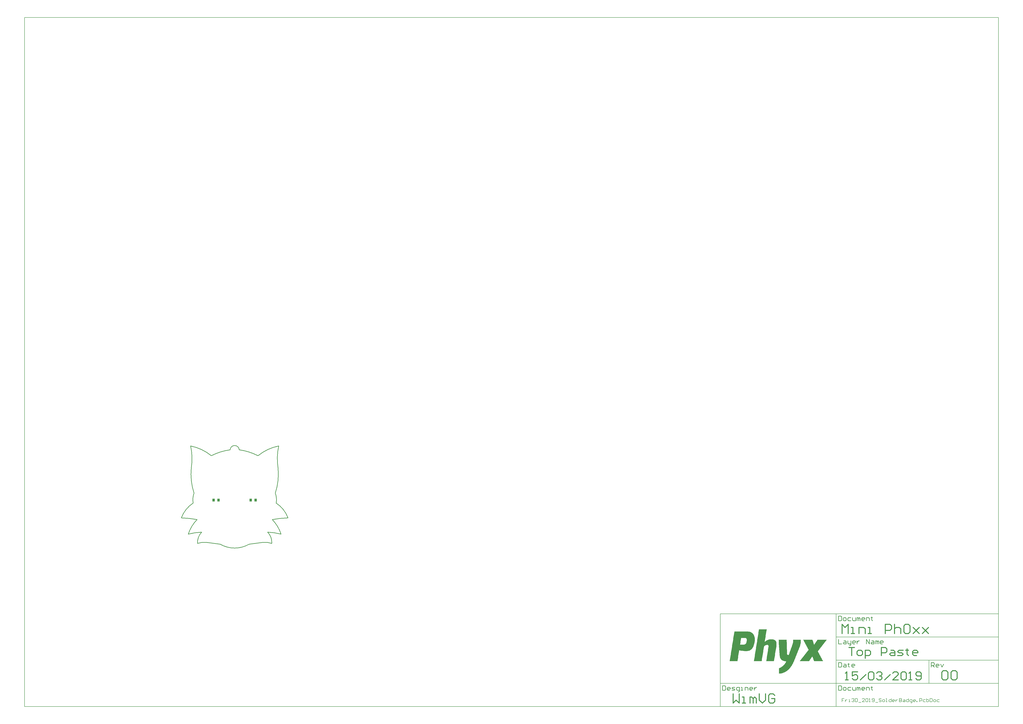
<source format=gtp>
G04*
G04 #@! TF.GenerationSoftware,Altium Limited,Altium Designer,18.1.9 (240)*
G04*
G04 Layer_Color=8421504*
%FSLAX25Y25*%
%MOIN*%
G70*
G01*
G75*
%ADD10C,0.00787*%
%ADD16C,0.00984*%
%ADD17C,0.01575*%
%ADD18R,0.03937X0.05118*%
G36*
X872201Y-141778D02*
X873919D01*
Y-142065D01*
X874778D01*
Y-142351D01*
X875637D01*
Y-142637D01*
X876496D01*
Y-142924D01*
X877069D01*
Y-143210D01*
X877355D01*
Y-143496D01*
X877928D01*
Y-143783D01*
X878214D01*
Y-144069D01*
X878786D01*
Y-144355D01*
X879073D01*
Y-144641D01*
X879359D01*
Y-144928D01*
X879646D01*
Y-145214D01*
X879932D01*
Y-145501D01*
X880218D01*
Y-145787D01*
X880504D01*
Y-146073D01*
Y-146359D01*
X880791D01*
Y-146646D01*
X881077D01*
Y-146932D01*
Y-147218D01*
X881363D01*
Y-147505D01*
X881650D01*
Y-147791D01*
Y-148077D01*
X881936D01*
Y-148364D01*
Y-148650D01*
Y-148936D01*
X882222D01*
Y-149223D01*
Y-149509D01*
Y-149795D01*
X882509D01*
Y-150082D01*
Y-150368D01*
Y-150654D01*
Y-150940D01*
X882795D01*
Y-151227D01*
Y-151513D01*
Y-151799D01*
Y-152086D01*
Y-152372D01*
X883081D01*
Y-152658D01*
Y-152945D01*
Y-153231D01*
Y-153517D01*
Y-153804D01*
Y-154090D01*
Y-154376D01*
Y-154663D01*
Y-154949D01*
Y-155235D01*
Y-155521D01*
Y-155808D01*
Y-156094D01*
Y-156380D01*
Y-156667D01*
Y-156953D01*
Y-157239D01*
Y-157526D01*
Y-157812D01*
Y-158098D01*
X882795D01*
Y-158385D01*
Y-158671D01*
Y-158957D01*
Y-159244D01*
Y-159530D01*
Y-159816D01*
Y-160102D01*
X882509D01*
Y-160389D01*
Y-160675D01*
Y-160961D01*
Y-161248D01*
Y-161534D01*
X882222D01*
Y-161820D01*
Y-162107D01*
Y-162393D01*
Y-162679D01*
Y-162966D01*
X881936D01*
Y-163252D01*
Y-163538D01*
Y-163824D01*
X881650D01*
Y-164111D01*
Y-164397D01*
Y-164683D01*
Y-164970D01*
X881363D01*
Y-165256D01*
Y-165542D01*
Y-165829D01*
X881077D01*
Y-166115D01*
Y-166401D01*
X880791D01*
Y-166688D01*
Y-166974D01*
Y-167260D01*
X880504D01*
Y-167547D01*
Y-167833D01*
X880218D01*
Y-168119D01*
Y-168405D01*
X879932D01*
Y-168692D01*
Y-168978D01*
X879646D01*
Y-169264D01*
X879359D01*
Y-169551D01*
Y-169837D01*
X879073D01*
Y-170123D01*
X878786D01*
Y-170410D01*
X878500D01*
Y-170696D01*
Y-170982D01*
X878214D01*
Y-171269D01*
X877928D01*
Y-171555D01*
X877641D01*
Y-171841D01*
X877355D01*
Y-172127D01*
X877069D01*
Y-172414D01*
X876496D01*
Y-172700D01*
X876210D01*
Y-172986D01*
X875637D01*
Y-173273D01*
X875351D01*
Y-173559D01*
X874778D01*
Y-173845D01*
X873919D01*
Y-174132D01*
X873060D01*
Y-174418D01*
X872201D01*
Y-174704D01*
X870483D01*
Y-174991D01*
X865330D01*
Y-174704D01*
X862753D01*
Y-174418D01*
X860749D01*
Y-174132D01*
X859317D01*
Y-173845D01*
X857886D01*
Y-173559D01*
X856454D01*
Y-173845D01*
Y-174132D01*
Y-174418D01*
Y-174704D01*
Y-174991D01*
Y-175277D01*
Y-175563D01*
X856168D01*
Y-175850D01*
Y-176136D01*
Y-176422D01*
Y-176709D01*
Y-176995D01*
Y-177281D01*
X855882D01*
Y-177568D01*
Y-177854D01*
Y-178140D01*
Y-178426D01*
Y-178713D01*
Y-178999D01*
X855595D01*
Y-179285D01*
Y-179572D01*
Y-179858D01*
Y-180144D01*
Y-180431D01*
Y-180717D01*
Y-181003D01*
X855309D01*
Y-181290D01*
Y-181576D01*
Y-181862D01*
Y-182149D01*
Y-182435D01*
Y-182721D01*
X855023D01*
Y-183007D01*
Y-183294D01*
Y-183580D01*
Y-183866D01*
Y-184153D01*
Y-184439D01*
X854736D01*
Y-184725D01*
Y-185012D01*
Y-185298D01*
Y-185584D01*
Y-185871D01*
Y-186157D01*
Y-186443D01*
X854450D01*
Y-186730D01*
Y-187016D01*
Y-187302D01*
Y-187588D01*
Y-187875D01*
Y-188161D01*
X854164D01*
Y-188447D01*
Y-188734D01*
Y-189020D01*
Y-189306D01*
Y-189593D01*
Y-189879D01*
X853877D01*
Y-190165D01*
Y-190452D01*
Y-190738D01*
Y-191024D01*
Y-191311D01*
Y-191597D01*
Y-191883D01*
X840421D01*
Y-191597D01*
X840707D01*
Y-191311D01*
Y-191024D01*
Y-190738D01*
Y-190452D01*
Y-190165D01*
X840993D01*
Y-189879D01*
Y-189593D01*
Y-189306D01*
Y-189020D01*
Y-188734D01*
Y-188447D01*
Y-188161D01*
X841280D01*
Y-187875D01*
Y-187588D01*
Y-187302D01*
Y-187016D01*
Y-186730D01*
Y-186443D01*
X841566D01*
Y-186157D01*
Y-185871D01*
Y-185584D01*
Y-185298D01*
Y-185012D01*
Y-184725D01*
X841852D01*
Y-184439D01*
Y-184153D01*
Y-183866D01*
Y-183580D01*
Y-183294D01*
Y-183007D01*
Y-182721D01*
X842138D01*
Y-182435D01*
Y-182149D01*
Y-181862D01*
Y-181576D01*
Y-181290D01*
Y-181003D01*
X842425D01*
Y-180717D01*
Y-180431D01*
Y-180144D01*
Y-179858D01*
Y-179572D01*
Y-179285D01*
X842711D01*
Y-178999D01*
Y-178713D01*
Y-178426D01*
Y-178140D01*
Y-177854D01*
Y-177568D01*
X842997D01*
Y-177281D01*
Y-176995D01*
Y-176709D01*
Y-176422D01*
Y-176136D01*
Y-175850D01*
Y-175563D01*
X843284D01*
Y-175277D01*
Y-174991D01*
Y-174704D01*
Y-174418D01*
Y-174132D01*
Y-173845D01*
X843570D01*
Y-173559D01*
Y-173273D01*
Y-172986D01*
Y-172700D01*
Y-172414D01*
Y-172127D01*
X843856D01*
Y-171841D01*
Y-171555D01*
Y-171269D01*
Y-170982D01*
Y-170696D01*
Y-170410D01*
X844143D01*
Y-170123D01*
Y-169837D01*
Y-169551D01*
Y-169264D01*
Y-168978D01*
Y-168692D01*
Y-168405D01*
X844429D01*
Y-168119D01*
Y-167833D01*
Y-167547D01*
Y-167260D01*
Y-166974D01*
Y-166688D01*
X844715D01*
Y-166401D01*
Y-166115D01*
Y-165829D01*
Y-165542D01*
Y-165256D01*
Y-164970D01*
X845002D01*
Y-164683D01*
Y-164397D01*
Y-164111D01*
Y-163824D01*
Y-163538D01*
Y-163252D01*
Y-162966D01*
X845288D01*
Y-162679D01*
Y-162393D01*
Y-162107D01*
Y-161820D01*
Y-161534D01*
Y-161248D01*
X845574D01*
Y-160961D01*
Y-160675D01*
Y-160389D01*
Y-160102D01*
Y-159816D01*
Y-159530D01*
X845861D01*
Y-159244D01*
Y-158957D01*
Y-158671D01*
Y-158385D01*
Y-158098D01*
Y-157812D01*
X846147D01*
Y-157526D01*
Y-157239D01*
Y-156953D01*
Y-156667D01*
Y-156380D01*
Y-156094D01*
Y-155808D01*
X846433D01*
Y-155521D01*
Y-155235D01*
Y-154949D01*
Y-154663D01*
Y-154376D01*
Y-154090D01*
X846719D01*
Y-153804D01*
Y-153517D01*
Y-153231D01*
Y-152945D01*
Y-152658D01*
Y-152372D01*
X847006D01*
Y-152086D01*
Y-151799D01*
Y-151513D01*
Y-151227D01*
Y-150940D01*
Y-150654D01*
Y-150368D01*
X847292D01*
Y-150082D01*
Y-149795D01*
Y-149509D01*
Y-149223D01*
Y-148936D01*
Y-148650D01*
X847578D01*
Y-148364D01*
Y-148077D01*
Y-147791D01*
Y-147505D01*
Y-147218D01*
Y-146932D01*
X847865D01*
Y-146646D01*
Y-146359D01*
Y-146073D01*
Y-145787D01*
Y-145501D01*
Y-145214D01*
Y-144928D01*
X848151D01*
Y-144641D01*
Y-144355D01*
Y-144069D01*
Y-143783D01*
Y-143496D01*
Y-143210D01*
X848437D01*
Y-142924D01*
Y-142637D01*
Y-142351D01*
Y-142065D01*
Y-141778D01*
Y-141492D01*
X872201D01*
Y-141778D01*
D02*
G37*
G36*
X903409Y-138343D02*
Y-138629D01*
X903123D01*
Y-138915D01*
Y-139202D01*
Y-139488D01*
Y-139774D01*
Y-140060D01*
Y-140347D01*
X902837D01*
Y-140633D01*
Y-140919D01*
Y-141206D01*
Y-141492D01*
Y-141778D01*
Y-142065D01*
X902551D01*
Y-142351D01*
Y-142637D01*
Y-142924D01*
Y-143210D01*
Y-143496D01*
Y-143783D01*
Y-144069D01*
X902264D01*
Y-144355D01*
Y-144641D01*
Y-144928D01*
Y-145214D01*
Y-145501D01*
Y-145787D01*
X901978D01*
Y-146073D01*
Y-146359D01*
Y-146646D01*
Y-146932D01*
Y-147218D01*
Y-147505D01*
X901692D01*
Y-147791D01*
Y-148077D01*
Y-148364D01*
Y-148650D01*
Y-148936D01*
Y-149223D01*
Y-149509D01*
X901405D01*
Y-149795D01*
Y-150082D01*
Y-150368D01*
Y-150654D01*
Y-150940D01*
Y-151227D01*
X901119D01*
Y-151513D01*
Y-151799D01*
Y-152086D01*
Y-152372D01*
Y-152658D01*
Y-152945D01*
X900833D01*
Y-153231D01*
Y-153517D01*
Y-153804D01*
Y-154090D01*
Y-154376D01*
Y-154663D01*
X900546D01*
Y-154949D01*
Y-155235D01*
Y-155521D01*
Y-155808D01*
Y-156094D01*
Y-156380D01*
Y-156667D01*
X900260D01*
Y-156953D01*
Y-157239D01*
Y-157526D01*
Y-157812D01*
Y-158098D01*
Y-158385D01*
X899974D01*
Y-158671D01*
Y-158957D01*
X900546D01*
Y-158671D01*
X900833D01*
Y-158385D01*
X901119D01*
Y-158098D01*
X901692D01*
Y-157812D01*
X901978D01*
Y-157526D01*
X902264D01*
Y-157239D01*
X902837D01*
Y-156953D01*
X903409D01*
Y-156667D01*
X903696D01*
Y-156380D01*
X904268D01*
Y-156094D01*
X905127D01*
Y-155808D01*
X905700D01*
Y-155521D01*
X906559D01*
Y-155235D01*
X907990D01*
Y-154949D01*
X914289D01*
Y-155235D01*
X915435D01*
Y-155521D01*
X916294D01*
Y-155808D01*
X916866D01*
Y-156094D01*
X917153D01*
Y-156380D01*
X917725D01*
Y-156667D01*
X918011D01*
Y-156953D01*
X918298D01*
Y-157239D01*
X918584D01*
Y-157526D01*
X918870D01*
Y-157812D01*
Y-158098D01*
X919157D01*
Y-158385D01*
Y-158671D01*
X919443D01*
Y-158957D01*
Y-159244D01*
Y-159530D01*
X919729D01*
Y-159816D01*
Y-160102D01*
Y-160389D01*
Y-160675D01*
X920016D01*
Y-160961D01*
Y-161248D01*
Y-161534D01*
Y-161820D01*
Y-162107D01*
Y-162393D01*
Y-162679D01*
Y-162966D01*
Y-163252D01*
Y-163538D01*
Y-163824D01*
Y-164111D01*
Y-164397D01*
Y-164683D01*
Y-164970D01*
Y-165256D01*
Y-165542D01*
Y-165829D01*
X919729D01*
Y-166115D01*
Y-166401D01*
Y-166688D01*
Y-166974D01*
Y-167260D01*
Y-167547D01*
Y-167833D01*
X919443D01*
Y-168119D01*
Y-168405D01*
Y-168692D01*
Y-168978D01*
Y-169264D01*
Y-169551D01*
Y-169837D01*
X919157D01*
Y-170123D01*
Y-170410D01*
Y-170696D01*
Y-170982D01*
Y-171269D01*
Y-171555D01*
X918870D01*
Y-171841D01*
Y-172127D01*
Y-172414D01*
Y-172700D01*
Y-172986D01*
Y-173273D01*
X918584D01*
Y-173559D01*
Y-173845D01*
Y-174132D01*
Y-174418D01*
Y-174704D01*
Y-174991D01*
X918298D01*
Y-175277D01*
Y-175563D01*
Y-175850D01*
Y-176136D01*
Y-176422D01*
Y-176709D01*
Y-176995D01*
X918011D01*
Y-177281D01*
Y-177568D01*
Y-177854D01*
Y-178140D01*
Y-178426D01*
Y-178713D01*
X917725D01*
Y-178999D01*
Y-179285D01*
Y-179572D01*
Y-179858D01*
Y-180144D01*
Y-180431D01*
X917439D01*
Y-180717D01*
Y-181003D01*
Y-181290D01*
Y-181576D01*
Y-181862D01*
Y-182149D01*
Y-182435D01*
X917153D01*
Y-182721D01*
Y-183007D01*
Y-183294D01*
Y-183580D01*
Y-183866D01*
Y-184153D01*
X916866D01*
Y-184439D01*
Y-184725D01*
Y-185012D01*
Y-185298D01*
Y-185584D01*
Y-185871D01*
X916580D01*
Y-186157D01*
Y-186443D01*
Y-186730D01*
Y-187016D01*
Y-187302D01*
Y-187588D01*
X916294D01*
Y-187875D01*
Y-188161D01*
Y-188447D01*
Y-188734D01*
Y-189020D01*
Y-189306D01*
Y-189593D01*
X916007D01*
Y-189879D01*
Y-190165D01*
Y-190452D01*
Y-190738D01*
Y-191024D01*
Y-191311D01*
X915721D01*
Y-191597D01*
Y-191883D01*
X902551D01*
Y-191597D01*
Y-191311D01*
X902837D01*
Y-191024D01*
Y-190738D01*
Y-190452D01*
Y-190165D01*
Y-189879D01*
Y-189593D01*
X903123D01*
Y-189306D01*
Y-189020D01*
Y-188734D01*
Y-188447D01*
Y-188161D01*
Y-187875D01*
Y-187588D01*
X903409D01*
Y-187302D01*
Y-187016D01*
Y-186730D01*
Y-186443D01*
Y-186157D01*
Y-185871D01*
X903696D01*
Y-185584D01*
Y-185298D01*
Y-185012D01*
Y-184725D01*
Y-184439D01*
Y-184153D01*
X903982D01*
Y-183866D01*
Y-183580D01*
Y-183294D01*
Y-183007D01*
Y-182721D01*
Y-182435D01*
Y-182149D01*
X904268D01*
Y-181862D01*
Y-181576D01*
Y-181290D01*
Y-181003D01*
Y-180717D01*
Y-180431D01*
X904555D01*
Y-180144D01*
Y-179858D01*
Y-179572D01*
Y-179285D01*
Y-178999D01*
Y-178713D01*
Y-178426D01*
X904841D01*
Y-178140D01*
Y-177854D01*
Y-177568D01*
Y-177281D01*
Y-176995D01*
Y-176709D01*
X905127D01*
Y-176422D01*
Y-176136D01*
Y-175850D01*
Y-175563D01*
Y-175277D01*
Y-174991D01*
X905414D01*
Y-174704D01*
Y-174418D01*
Y-174132D01*
Y-173845D01*
Y-173559D01*
Y-173273D01*
X905700D01*
Y-172986D01*
Y-172700D01*
Y-172414D01*
Y-172127D01*
Y-171841D01*
Y-171555D01*
Y-171269D01*
X905986D01*
Y-170982D01*
Y-170696D01*
Y-170410D01*
Y-170123D01*
Y-169837D01*
Y-169551D01*
X906273D01*
Y-169264D01*
Y-168978D01*
Y-168692D01*
Y-168405D01*
Y-168119D01*
Y-167833D01*
Y-167547D01*
X906559D01*
Y-167260D01*
Y-166974D01*
Y-166688D01*
Y-166401D01*
Y-166115D01*
Y-165829D01*
X906273D01*
Y-165542D01*
Y-165256D01*
X905986D01*
Y-164970D01*
X905700D01*
Y-164683D01*
X905127D01*
Y-164397D01*
X903409D01*
Y-164683D01*
X901978D01*
Y-164970D01*
X901119D01*
Y-165256D01*
X900546D01*
Y-165542D01*
X900260D01*
Y-165829D01*
X899687D01*
Y-166115D01*
X899401D01*
Y-166401D01*
X899115D01*
Y-166688D01*
Y-166974D01*
X898828D01*
Y-167260D01*
Y-167547D01*
Y-167833D01*
X898542D01*
Y-168119D01*
Y-168405D01*
Y-168692D01*
Y-168978D01*
Y-169264D01*
Y-169551D01*
X898256D01*
Y-169837D01*
Y-170123D01*
Y-170410D01*
Y-170696D01*
Y-170982D01*
Y-171269D01*
Y-171555D01*
X897970D01*
Y-171841D01*
Y-172127D01*
Y-172414D01*
Y-172700D01*
Y-172986D01*
Y-173273D01*
X897683D01*
Y-173559D01*
Y-173845D01*
Y-174132D01*
Y-174418D01*
Y-174704D01*
Y-174991D01*
X897397D01*
Y-175277D01*
Y-175563D01*
Y-175850D01*
Y-176136D01*
Y-176422D01*
Y-176709D01*
X897111D01*
Y-176995D01*
Y-177281D01*
Y-177568D01*
Y-177854D01*
Y-178140D01*
Y-178426D01*
Y-178713D01*
X896824D01*
Y-178999D01*
Y-179285D01*
Y-179572D01*
Y-179858D01*
Y-180144D01*
Y-180431D01*
X896538D01*
Y-180717D01*
Y-181003D01*
Y-181290D01*
Y-181576D01*
Y-181862D01*
Y-182149D01*
X896252D01*
Y-182435D01*
Y-182721D01*
Y-183007D01*
Y-183294D01*
Y-183580D01*
Y-183866D01*
Y-184153D01*
X895965D01*
Y-184439D01*
Y-184725D01*
Y-185012D01*
Y-185298D01*
Y-185584D01*
Y-185871D01*
X895679D01*
Y-186157D01*
Y-186443D01*
Y-186730D01*
Y-187016D01*
Y-187302D01*
Y-187588D01*
X895393D01*
Y-187875D01*
Y-188161D01*
Y-188447D01*
Y-188734D01*
Y-189020D01*
Y-189306D01*
X895106D01*
Y-189593D01*
Y-189879D01*
Y-190165D01*
Y-190452D01*
Y-190738D01*
Y-191024D01*
Y-191311D01*
X894820D01*
Y-191597D01*
Y-191883D01*
X881650D01*
Y-191597D01*
Y-191311D01*
X881936D01*
Y-191024D01*
Y-190738D01*
Y-190452D01*
Y-190165D01*
Y-189879D01*
Y-189593D01*
Y-189306D01*
X882222D01*
Y-189020D01*
Y-188734D01*
Y-188447D01*
Y-188161D01*
Y-187875D01*
Y-187588D01*
X882509D01*
Y-187302D01*
Y-187016D01*
Y-186730D01*
Y-186443D01*
Y-186157D01*
Y-185871D01*
X882795D01*
Y-185584D01*
Y-185298D01*
Y-185012D01*
Y-184725D01*
Y-184439D01*
Y-184153D01*
Y-183866D01*
X883081D01*
Y-183580D01*
Y-183294D01*
Y-183007D01*
Y-182721D01*
Y-182435D01*
Y-182149D01*
X883368D01*
Y-181862D01*
Y-181576D01*
Y-181290D01*
Y-181003D01*
Y-180717D01*
Y-180431D01*
X883654D01*
Y-180144D01*
Y-179858D01*
Y-179572D01*
Y-179285D01*
Y-178999D01*
Y-178713D01*
X883940D01*
Y-178426D01*
Y-178140D01*
Y-177854D01*
Y-177568D01*
Y-177281D01*
Y-176995D01*
Y-176709D01*
X884227D01*
Y-176422D01*
Y-176136D01*
Y-175850D01*
Y-175563D01*
Y-175277D01*
Y-174991D01*
X884513D01*
Y-174704D01*
Y-174418D01*
Y-174132D01*
Y-173845D01*
Y-173559D01*
Y-173273D01*
X884799D01*
Y-172986D01*
Y-172700D01*
Y-172414D01*
Y-172127D01*
Y-171841D01*
Y-171555D01*
Y-171269D01*
X885085D01*
Y-170982D01*
Y-170696D01*
Y-170410D01*
Y-170123D01*
Y-169837D01*
Y-169551D01*
X885372D01*
Y-169264D01*
Y-168978D01*
Y-168692D01*
Y-168405D01*
Y-168119D01*
Y-167833D01*
X885658D01*
Y-167547D01*
Y-167260D01*
Y-166974D01*
Y-166688D01*
Y-166401D01*
Y-166115D01*
X885944D01*
Y-165829D01*
Y-165542D01*
Y-165256D01*
Y-164970D01*
Y-164683D01*
Y-164397D01*
Y-164111D01*
X886231D01*
Y-163824D01*
Y-163538D01*
Y-163252D01*
Y-162966D01*
Y-162679D01*
Y-162393D01*
X886517D01*
Y-162107D01*
Y-161820D01*
Y-161534D01*
Y-161248D01*
Y-160961D01*
Y-160675D01*
X886803D01*
Y-160389D01*
Y-160102D01*
Y-159816D01*
Y-159530D01*
Y-159244D01*
Y-158957D01*
X887090D01*
Y-158671D01*
Y-158385D01*
Y-158098D01*
Y-157812D01*
Y-157526D01*
Y-157239D01*
Y-156953D01*
X887376D01*
Y-156667D01*
Y-156380D01*
Y-156094D01*
Y-155808D01*
Y-155521D01*
Y-155235D01*
X887662D01*
Y-154949D01*
Y-154663D01*
Y-154376D01*
Y-154090D01*
Y-153804D01*
Y-153517D01*
X887949D01*
Y-153231D01*
Y-152945D01*
Y-152658D01*
Y-152372D01*
Y-152086D01*
Y-151799D01*
Y-151513D01*
X888235D01*
Y-151227D01*
Y-150940D01*
Y-150654D01*
Y-150368D01*
Y-150082D01*
Y-149795D01*
X888521D01*
Y-149509D01*
Y-149223D01*
Y-148936D01*
Y-148650D01*
Y-148364D01*
Y-148077D01*
X888807D01*
Y-147791D01*
Y-147505D01*
Y-147218D01*
Y-146932D01*
Y-146646D01*
Y-146359D01*
X889094D01*
Y-146073D01*
Y-145787D01*
Y-145501D01*
Y-145214D01*
Y-144928D01*
Y-144641D01*
Y-144355D01*
X889380D01*
Y-144069D01*
Y-143783D01*
Y-143496D01*
Y-143210D01*
Y-142924D01*
Y-142637D01*
X889666D01*
Y-142351D01*
Y-142065D01*
Y-141778D01*
Y-141492D01*
Y-141206D01*
Y-140919D01*
X889953D01*
Y-140633D01*
Y-140347D01*
Y-140060D01*
Y-139774D01*
Y-139488D01*
Y-139202D01*
Y-138915D01*
X890239D01*
Y-138629D01*
Y-138343D01*
Y-138056D01*
X903409D01*
Y-138343D01*
D02*
G37*
G36*
X1005337Y-155808D02*
X1005050D01*
Y-156094D01*
X1004764D01*
Y-156380D01*
Y-156667D01*
X1004478D01*
Y-156953D01*
X1004192D01*
Y-157239D01*
X1003905D01*
Y-157526D01*
Y-157812D01*
X1003619D01*
Y-158098D01*
X1003333D01*
Y-158385D01*
X1003046D01*
Y-158671D01*
X1002760D01*
Y-158957D01*
Y-159244D01*
X1002474D01*
Y-159530D01*
X1002187D01*
Y-159816D01*
X1001901D01*
Y-160102D01*
Y-160389D01*
X1001615D01*
Y-160675D01*
X1001328D01*
Y-160961D01*
X1001042D01*
Y-161248D01*
X1000756D01*
Y-161534D01*
Y-161820D01*
X1000469D01*
Y-162107D01*
X1000183D01*
Y-162393D01*
X999897D01*
Y-162679D01*
Y-162966D01*
X999611D01*
Y-163252D01*
X999324D01*
Y-163538D01*
X999038D01*
Y-163824D01*
Y-164111D01*
X998752D01*
Y-164397D01*
X998465D01*
Y-164683D01*
X998179D01*
Y-164970D01*
X997893D01*
Y-165256D01*
Y-165542D01*
X997606D01*
Y-165829D01*
X997320D01*
Y-166115D01*
X997034D01*
Y-166401D01*
Y-166688D01*
X996747D01*
Y-166974D01*
X996461D01*
Y-167260D01*
X996175D01*
Y-167547D01*
Y-167833D01*
X995889D01*
Y-168119D01*
X995602D01*
Y-168405D01*
X995316D01*
Y-168692D01*
X995030D01*
Y-168978D01*
Y-169264D01*
X994743D01*
Y-169551D01*
X994457D01*
Y-169837D01*
X994171D01*
Y-170123D01*
Y-170410D01*
X993884D01*
Y-170696D01*
X993598D01*
Y-170982D01*
X993312D01*
Y-171269D01*
Y-171555D01*
X993025D01*
Y-171841D01*
X992739D01*
Y-172127D01*
X992453D01*
Y-172414D01*
X992166D01*
Y-172700D01*
Y-172986D01*
X991880D01*
Y-173273D01*
X991594D01*
Y-173559D01*
X991308D01*
Y-173845D01*
Y-174132D01*
X991021D01*
Y-174418D01*
X990735D01*
Y-174704D01*
X990449D01*
Y-174991D01*
X990162D01*
Y-175277D01*
Y-175563D01*
X990449D01*
Y-175850D01*
Y-176136D01*
X990735D01*
Y-176422D01*
Y-176709D01*
X991021D01*
Y-176995D01*
X991308D01*
Y-177281D01*
Y-177568D01*
X991594D01*
Y-177854D01*
Y-178140D01*
X991880D01*
Y-178426D01*
Y-178713D01*
X992166D01*
Y-178999D01*
Y-179285D01*
X992453D01*
Y-179572D01*
Y-179858D01*
X992739D01*
Y-180144D01*
Y-180431D01*
X993025D01*
Y-180717D01*
Y-181003D01*
X993312D01*
Y-181290D01*
Y-181576D01*
X993598D01*
Y-181862D01*
X993884D01*
Y-182149D01*
Y-182435D01*
X994171D01*
Y-182721D01*
Y-183007D01*
X994457D01*
Y-183294D01*
Y-183580D01*
X994743D01*
Y-183866D01*
Y-184153D01*
X995030D01*
Y-184439D01*
Y-184725D01*
X995316D01*
Y-185012D01*
Y-185298D01*
X995602D01*
Y-185584D01*
Y-185871D01*
X995889D01*
Y-186157D01*
X996175D01*
Y-186443D01*
Y-186730D01*
X996461D01*
Y-187016D01*
Y-187302D01*
X996747D01*
Y-187588D01*
Y-187875D01*
X997034D01*
Y-188161D01*
Y-188447D01*
X997320D01*
Y-188734D01*
Y-189020D01*
X997606D01*
Y-189306D01*
Y-189593D01*
X997893D01*
Y-189879D01*
Y-190165D01*
X998179D01*
Y-190452D01*
X998465D01*
Y-190738D01*
Y-191024D01*
X998752D01*
Y-191311D01*
Y-191597D01*
X999038D01*
Y-191883D01*
X983863D01*
Y-191597D01*
X983577D01*
Y-191311D01*
Y-191024D01*
Y-190738D01*
X983291D01*
Y-190452D01*
Y-190165D01*
Y-189879D01*
X983004D01*
Y-189593D01*
Y-189306D01*
X982718D01*
Y-189020D01*
Y-188734D01*
Y-188447D01*
X982432D01*
Y-188161D01*
Y-187875D01*
Y-187588D01*
X982146D01*
Y-187302D01*
Y-187016D01*
X981859D01*
Y-186730D01*
Y-186443D01*
Y-186157D01*
X981573D01*
Y-185871D01*
Y-185584D01*
Y-185298D01*
X981287D01*
Y-185012D01*
Y-184725D01*
Y-184439D01*
X981000D01*
Y-184153D01*
X980428D01*
Y-184439D01*
Y-184725D01*
X980141D01*
Y-185012D01*
X979855D01*
Y-185298D01*
Y-185584D01*
X979569D01*
Y-185871D01*
X979282D01*
Y-186157D01*
Y-186443D01*
X978996D01*
Y-186730D01*
X978710D01*
Y-187016D01*
Y-187302D01*
X978423D01*
Y-187588D01*
X978137D01*
Y-187875D01*
X977851D01*
Y-188161D01*
Y-188447D01*
X977565D01*
Y-188734D01*
X977278D01*
Y-189020D01*
Y-189306D01*
X976992D01*
Y-189593D01*
X976705D01*
Y-189879D01*
Y-190165D01*
X976419D01*
Y-190452D01*
X976133D01*
Y-190738D01*
Y-191024D01*
X975847D01*
Y-191311D01*
X975560D01*
Y-191597D01*
Y-191883D01*
X959527D01*
Y-191597D01*
X959813D01*
Y-191311D01*
X960099D01*
Y-191024D01*
X960386D01*
Y-190738D01*
X960672D01*
Y-190452D01*
Y-190165D01*
X960958D01*
Y-189879D01*
X961245D01*
Y-189593D01*
X961531D01*
Y-189306D01*
X961817D01*
Y-189020D01*
Y-188734D01*
X962104D01*
Y-188447D01*
X962390D01*
Y-188161D01*
X962676D01*
Y-187875D01*
Y-187588D01*
X962963D01*
Y-187302D01*
X963249D01*
Y-187016D01*
X963535D01*
Y-186730D01*
X963822D01*
Y-186443D01*
Y-186157D01*
X964108D01*
Y-185871D01*
X964394D01*
Y-185584D01*
X964680D01*
Y-185298D01*
X964967D01*
Y-185012D01*
Y-184725D01*
X965253D01*
Y-184439D01*
X965539D01*
Y-184153D01*
X965826D01*
Y-183866D01*
Y-183580D01*
X966112D01*
Y-183294D01*
X966398D01*
Y-183007D01*
X966685D01*
Y-182721D01*
X966971D01*
Y-182435D01*
Y-182149D01*
X967257D01*
Y-181862D01*
X967544D01*
Y-181576D01*
X967830D01*
Y-181290D01*
Y-181003D01*
X968116D01*
Y-180717D01*
X968402D01*
Y-180431D01*
X968689D01*
Y-180144D01*
X968975D01*
Y-179858D01*
Y-179572D01*
X969261D01*
Y-179285D01*
X969548D01*
Y-178999D01*
X969834D01*
Y-178713D01*
Y-178426D01*
X970120D01*
Y-178140D01*
X970407D01*
Y-177854D01*
X970693D01*
Y-177568D01*
X970979D01*
Y-177281D01*
Y-176995D01*
X971266D01*
Y-176709D01*
X971552D01*
Y-176422D01*
X971838D01*
Y-176136D01*
X972124D01*
Y-175850D01*
Y-175563D01*
X972411D01*
Y-175277D01*
X972697D01*
Y-174991D01*
X972983D01*
Y-174704D01*
Y-174418D01*
X973270D01*
Y-174132D01*
X973556D01*
Y-173845D01*
X973842D01*
Y-173559D01*
X974129D01*
Y-173273D01*
Y-172986D01*
X974415D01*
Y-172700D01*
Y-172414D01*
Y-172127D01*
X974129D01*
Y-171841D01*
X973842D01*
Y-171555D01*
Y-171269D01*
X973556D01*
Y-170982D01*
Y-170696D01*
X973270D01*
Y-170410D01*
Y-170123D01*
X972983D01*
Y-169837D01*
Y-169551D01*
X972697D01*
Y-169264D01*
Y-168978D01*
X972411D01*
Y-168692D01*
Y-168405D01*
X972124D01*
Y-168119D01*
X971838D01*
Y-167833D01*
Y-167547D01*
X971552D01*
Y-167260D01*
Y-166974D01*
X971266D01*
Y-166688D01*
Y-166401D01*
X970979D01*
Y-166115D01*
Y-165829D01*
X970693D01*
Y-165542D01*
Y-165256D01*
X970407D01*
Y-164970D01*
Y-164683D01*
X970120D01*
Y-164397D01*
X969834D01*
Y-164111D01*
Y-163824D01*
X969548D01*
Y-163538D01*
Y-163252D01*
X969261D01*
Y-162966D01*
Y-162679D01*
X968975D01*
Y-162393D01*
Y-162107D01*
X968689D01*
Y-161820D01*
Y-161534D01*
X968402D01*
Y-161248D01*
Y-160961D01*
X968116D01*
Y-160675D01*
Y-160389D01*
X967830D01*
Y-160102D01*
X967544D01*
Y-159816D01*
Y-159530D01*
X967257D01*
Y-159244D01*
Y-158957D01*
X966971D01*
Y-158671D01*
Y-158385D01*
X966685D01*
Y-158098D01*
Y-157812D01*
X966398D01*
Y-157526D01*
Y-157239D01*
X966112D01*
Y-156953D01*
Y-156667D01*
X965826D01*
Y-156380D01*
X965539D01*
Y-156094D01*
Y-155808D01*
X965253D01*
Y-155521D01*
X981000D01*
Y-155808D01*
X981287D01*
Y-156094D01*
Y-156380D01*
Y-156667D01*
X981573D01*
Y-156953D01*
Y-157239D01*
Y-157526D01*
X981859D01*
Y-157812D01*
Y-158098D01*
Y-158385D01*
X982146D01*
Y-158671D01*
Y-158957D01*
Y-159244D01*
X982432D01*
Y-159530D01*
Y-159816D01*
Y-160102D01*
X982718D01*
Y-160389D01*
Y-160675D01*
Y-160961D01*
X983004D01*
Y-161248D01*
Y-161534D01*
Y-161820D01*
X983291D01*
Y-162107D01*
Y-162393D01*
Y-162679D01*
X983577D01*
Y-162966D01*
Y-163252D01*
Y-163538D01*
Y-163824D01*
X984150D01*
Y-163538D01*
X984436D01*
Y-163252D01*
X984722D01*
Y-162966D01*
Y-162679D01*
X985009D01*
Y-162393D01*
X985295D01*
Y-162107D01*
Y-161820D01*
X985581D01*
Y-161534D01*
X985868D01*
Y-161248D01*
Y-160961D01*
X986154D01*
Y-160675D01*
X986440D01*
Y-160389D01*
Y-160102D01*
X986726D01*
Y-159816D01*
X987013D01*
Y-159530D01*
Y-159244D01*
X987299D01*
Y-158957D01*
X987585D01*
Y-158671D01*
Y-158385D01*
X987872D01*
Y-158098D01*
X988158D01*
Y-157812D01*
Y-157526D01*
X988444D01*
Y-157239D01*
X988731D01*
Y-156953D01*
Y-156667D01*
X989017D01*
Y-156380D01*
X989303D01*
Y-156094D01*
Y-155808D01*
X989590D01*
Y-155521D01*
X1005337D01*
Y-155808D01*
D02*
G37*
G36*
X961245D02*
Y-156094D01*
Y-156380D01*
Y-156667D01*
Y-156953D01*
Y-157239D01*
Y-157526D01*
Y-157812D01*
Y-158098D01*
Y-158385D01*
Y-158671D01*
Y-158957D01*
Y-159244D01*
Y-159530D01*
Y-159816D01*
Y-160102D01*
Y-160389D01*
Y-160675D01*
Y-160961D01*
Y-161248D01*
Y-161534D01*
X960958D01*
Y-161820D01*
Y-162107D01*
Y-162393D01*
Y-162679D01*
Y-162966D01*
X960672D01*
Y-163252D01*
Y-163538D01*
Y-163824D01*
Y-164111D01*
X960386D01*
Y-164397D01*
Y-164683D01*
Y-164970D01*
Y-165256D01*
X960099D01*
Y-165542D01*
Y-165829D01*
Y-166115D01*
X959813D01*
Y-166401D01*
Y-166688D01*
Y-166974D01*
X959527D01*
Y-167260D01*
Y-167547D01*
Y-167833D01*
X959241D01*
Y-168119D01*
Y-168405D01*
Y-168692D01*
X958954D01*
Y-168978D01*
Y-169264D01*
X958668D01*
Y-169551D01*
Y-169837D01*
X958381D01*
Y-170123D01*
Y-170410D01*
Y-170696D01*
X958095D01*
Y-170982D01*
Y-171269D01*
X957809D01*
Y-171555D01*
Y-171841D01*
Y-172127D01*
X957523D01*
Y-172414D01*
Y-172700D01*
X957236D01*
Y-172986D01*
Y-173273D01*
Y-173559D01*
X956950D01*
Y-173845D01*
Y-174132D01*
X956664D01*
Y-174418D01*
Y-174704D01*
Y-174991D01*
X956377D01*
Y-175277D01*
Y-175563D01*
X956091D01*
Y-175850D01*
Y-176136D01*
Y-176422D01*
X955805D01*
Y-176709D01*
Y-176995D01*
X955518D01*
Y-177281D01*
Y-177568D01*
Y-177854D01*
X955232D01*
Y-178140D01*
Y-178426D01*
X954946D01*
Y-178713D01*
Y-178999D01*
Y-179285D01*
X954659D01*
Y-179572D01*
Y-179858D01*
X954373D01*
Y-180144D01*
Y-180431D01*
Y-180717D01*
X954087D01*
Y-181003D01*
Y-181290D01*
X953800D01*
Y-181576D01*
Y-181862D01*
Y-182149D01*
X953514D01*
Y-182435D01*
Y-182721D01*
X953228D01*
Y-183007D01*
Y-183294D01*
Y-183580D01*
X952942D01*
Y-183866D01*
Y-184153D01*
X952655D01*
Y-184439D01*
Y-184725D01*
Y-185012D01*
X952369D01*
Y-185298D01*
Y-185584D01*
X952083D01*
Y-185871D01*
Y-186157D01*
Y-186443D01*
X951796D01*
Y-186730D01*
Y-187016D01*
X951510D01*
Y-187302D01*
Y-187588D01*
Y-187875D01*
X951224D01*
Y-188161D01*
Y-188447D01*
X950937D01*
Y-188734D01*
Y-189020D01*
Y-189306D01*
X950651D01*
Y-189593D01*
Y-189879D01*
X950365D01*
Y-190165D01*
Y-190452D01*
Y-190738D01*
X950078D01*
Y-191024D01*
Y-191311D01*
X949792D01*
Y-191597D01*
Y-191883D01*
Y-192169D01*
X949506D01*
Y-192456D01*
Y-192742D01*
X949220D01*
Y-193028D01*
Y-193315D01*
X948933D01*
Y-193601D01*
Y-193887D01*
X948647D01*
Y-194174D01*
Y-194460D01*
Y-194746D01*
X948361D01*
Y-195033D01*
X948074D01*
Y-195319D01*
Y-195605D01*
Y-195891D01*
X947788D01*
Y-196178D01*
X947502D01*
Y-196464D01*
Y-196750D01*
X947215D01*
Y-197037D01*
Y-197323D01*
X946929D01*
Y-197609D01*
Y-197896D01*
X946643D01*
Y-198182D01*
Y-198468D01*
X946356D01*
Y-198755D01*
X946070D01*
Y-199041D01*
Y-199327D01*
X945784D01*
Y-199614D01*
Y-199900D01*
X945497D01*
Y-200186D01*
X945211D01*
Y-200472D01*
X944925D01*
Y-200759D01*
Y-201045D01*
X944639D01*
Y-201331D01*
X944352D01*
Y-201618D01*
Y-201904D01*
X944066D01*
Y-202190D01*
X943780D01*
Y-202477D01*
X943493D01*
Y-202763D01*
Y-203049D01*
X943207D01*
Y-203336D01*
X942921D01*
Y-203622D01*
X942634D01*
Y-203908D01*
X942348D01*
Y-204195D01*
X942062D01*
Y-204481D01*
Y-204767D01*
X941775D01*
Y-205053D01*
X941489D01*
Y-205340D01*
X941203D01*
Y-205626D01*
X940916D01*
Y-205912D01*
X940630D01*
Y-206199D01*
X940344D01*
Y-206485D01*
X940057D01*
Y-206771D01*
X939485D01*
Y-207058D01*
X939199D01*
Y-207344D01*
X938912D01*
Y-207630D01*
X938626D01*
Y-207917D01*
X938340D01*
Y-208203D01*
X937767D01*
Y-208489D01*
X937481D01*
Y-208776D01*
X936908D01*
Y-209062D01*
X936622D01*
Y-209348D01*
X936049D01*
Y-209634D01*
X935763D01*
Y-209921D01*
X935190D01*
Y-210207D01*
X934618D01*
Y-210493D01*
X934045D01*
Y-210780D01*
X933472D01*
Y-211066D01*
X932900D01*
Y-211352D01*
X932041D01*
Y-211639D01*
X931468D01*
Y-211925D01*
X930609D01*
Y-212211D01*
X929464D01*
Y-212498D01*
X928319D01*
Y-212784D01*
X926601D01*
Y-213070D01*
X924597D01*
Y-213357D01*
X924310D01*
Y-213070D01*
Y-212784D01*
Y-212498D01*
Y-212211D01*
Y-211925D01*
Y-211639D01*
Y-211352D01*
Y-211066D01*
Y-210780D01*
Y-210493D01*
Y-210207D01*
Y-209921D01*
Y-209634D01*
Y-209348D01*
Y-209062D01*
Y-208776D01*
Y-208489D01*
Y-208203D01*
Y-207917D01*
Y-207630D01*
Y-207344D01*
Y-207058D01*
Y-206771D01*
Y-206485D01*
Y-206199D01*
Y-205912D01*
Y-205626D01*
Y-205340D01*
Y-205053D01*
Y-204767D01*
Y-204481D01*
Y-204195D01*
Y-203908D01*
X924883D01*
Y-203622D01*
X925455D01*
Y-203336D01*
X926028D01*
Y-203049D01*
X926601D01*
Y-202763D01*
X927173D01*
Y-202477D01*
X927746D01*
Y-202190D01*
X928032D01*
Y-201904D01*
X928605D01*
Y-201618D01*
X928891D01*
Y-201331D01*
X929464D01*
Y-201045D01*
X929750D01*
Y-200759D01*
X930037D01*
Y-200472D01*
X930609D01*
Y-200186D01*
X930896D01*
Y-199900D01*
X931182D01*
Y-199614D01*
X931468D01*
Y-199327D01*
X931754D01*
Y-199041D01*
X932041D01*
Y-198755D01*
X932327D01*
Y-198468D01*
X932613D01*
Y-198182D01*
X932900D01*
Y-197896D01*
X933186D01*
Y-197609D01*
X933472D01*
Y-197323D01*
X933759D01*
Y-197037D01*
Y-196750D01*
X934045D01*
Y-196464D01*
X934331D01*
Y-196178D01*
X934618D01*
Y-195891D01*
Y-195605D01*
X934904D01*
Y-195319D01*
X935190D01*
Y-195033D01*
Y-194746D01*
X935476D01*
Y-194460D01*
Y-194174D01*
X935763D01*
Y-193887D01*
X936049D01*
Y-193601D01*
Y-193315D01*
X936335D01*
Y-193028D01*
Y-192742D01*
X936622D01*
Y-192456D01*
Y-192169D01*
X934904D01*
Y-191883D01*
X932900D01*
Y-191597D01*
X931754D01*
Y-191311D01*
X931182D01*
Y-191024D01*
X930323D01*
Y-190738D01*
X929750D01*
Y-190452D01*
X929464D01*
Y-190165D01*
X928891D01*
Y-189879D01*
X928605D01*
Y-189593D01*
X928319D01*
Y-189306D01*
X928032D01*
Y-189020D01*
X927746D01*
Y-188734D01*
X927460D01*
Y-188447D01*
Y-188161D01*
X927173D01*
Y-187875D01*
X926887D01*
Y-187588D01*
Y-187302D01*
X926601D01*
Y-187016D01*
Y-186730D01*
X926315D01*
Y-186443D01*
Y-186157D01*
X926028D01*
Y-185871D01*
Y-185584D01*
Y-185298D01*
X925742D01*
Y-185012D01*
Y-184725D01*
Y-184439D01*
Y-184153D01*
X925455D01*
Y-183866D01*
Y-183580D01*
Y-183294D01*
Y-183007D01*
Y-182721D01*
Y-182435D01*
Y-182149D01*
X925169D01*
Y-181862D01*
Y-181576D01*
Y-181290D01*
Y-181003D01*
Y-180717D01*
Y-180431D01*
Y-180144D01*
Y-179858D01*
Y-179572D01*
Y-179285D01*
Y-178999D01*
Y-178713D01*
Y-178426D01*
Y-178140D01*
Y-177854D01*
X924883D01*
Y-177568D01*
Y-177281D01*
Y-176995D01*
Y-176709D01*
Y-176422D01*
Y-176136D01*
Y-175850D01*
Y-175563D01*
Y-175277D01*
Y-174991D01*
Y-174704D01*
Y-174418D01*
Y-174132D01*
Y-173845D01*
Y-173559D01*
X924597D01*
Y-173273D01*
Y-172986D01*
Y-172700D01*
Y-172414D01*
Y-172127D01*
Y-171841D01*
Y-171555D01*
Y-171269D01*
Y-170982D01*
Y-170696D01*
Y-170410D01*
Y-170123D01*
Y-169837D01*
Y-169551D01*
Y-169264D01*
Y-168978D01*
X924310D01*
Y-168692D01*
Y-168405D01*
Y-168119D01*
Y-167833D01*
Y-167547D01*
Y-167260D01*
Y-166974D01*
Y-166688D01*
Y-166401D01*
Y-166115D01*
Y-165829D01*
Y-165542D01*
Y-165256D01*
Y-164970D01*
Y-164683D01*
Y-164397D01*
X924024D01*
Y-164111D01*
Y-163824D01*
Y-163538D01*
Y-163252D01*
Y-162966D01*
Y-162679D01*
Y-162393D01*
Y-162107D01*
Y-161820D01*
Y-161534D01*
Y-161248D01*
Y-160961D01*
Y-160675D01*
Y-160389D01*
X923738D01*
Y-160102D01*
Y-159816D01*
Y-159530D01*
Y-159244D01*
Y-158957D01*
Y-158671D01*
Y-158385D01*
Y-158098D01*
Y-157812D01*
Y-157526D01*
Y-157239D01*
Y-156953D01*
Y-156667D01*
Y-156380D01*
Y-156094D01*
Y-155808D01*
X923451D01*
Y-155521D01*
X937194D01*
Y-155808D01*
Y-156094D01*
Y-156380D01*
Y-156667D01*
Y-156953D01*
Y-157239D01*
Y-157526D01*
Y-157812D01*
Y-158098D01*
Y-158385D01*
Y-158671D01*
Y-158957D01*
Y-159244D01*
Y-159530D01*
X937481D01*
Y-159816D01*
Y-160102D01*
Y-160389D01*
Y-160675D01*
Y-160961D01*
Y-161248D01*
Y-161534D01*
Y-161820D01*
Y-162107D01*
Y-162393D01*
Y-162679D01*
Y-162966D01*
Y-163252D01*
Y-163538D01*
Y-163824D01*
Y-164111D01*
Y-164397D01*
Y-164683D01*
Y-164970D01*
Y-165256D01*
Y-165542D01*
Y-165829D01*
Y-166115D01*
Y-166401D01*
Y-166688D01*
Y-166974D01*
Y-167260D01*
Y-167547D01*
Y-167833D01*
Y-168119D01*
Y-168405D01*
Y-168692D01*
Y-168978D01*
Y-169264D01*
Y-169551D01*
Y-169837D01*
Y-170123D01*
Y-170410D01*
Y-170696D01*
Y-170982D01*
Y-171269D01*
X937767D01*
Y-171555D01*
X937481D01*
Y-171841D01*
Y-172127D01*
X937767D01*
Y-172414D01*
Y-172700D01*
Y-172986D01*
Y-173273D01*
Y-173559D01*
Y-173845D01*
Y-174132D01*
Y-174418D01*
Y-174704D01*
Y-174991D01*
Y-175277D01*
Y-175563D01*
Y-175850D01*
Y-176136D01*
Y-176422D01*
Y-176709D01*
Y-176995D01*
Y-177281D01*
Y-177568D01*
Y-177854D01*
Y-178140D01*
Y-178426D01*
Y-178713D01*
Y-178999D01*
Y-179285D01*
Y-179572D01*
X938053D01*
Y-179858D01*
Y-180144D01*
Y-180431D01*
X938340D01*
Y-180717D01*
X938626D01*
Y-181003D01*
X938912D01*
Y-181290D01*
X939771D01*
Y-181576D01*
X940630D01*
Y-181290D01*
X940916D01*
Y-181003D01*
Y-180717D01*
Y-180431D01*
X941203D01*
Y-180144D01*
Y-179858D01*
X941489D01*
Y-179572D01*
Y-179285D01*
Y-178999D01*
X941775D01*
Y-178713D01*
Y-178426D01*
Y-178140D01*
X942062D01*
Y-177854D01*
Y-177568D01*
Y-177281D01*
X942348D01*
Y-176995D01*
Y-176709D01*
Y-176422D01*
X942634D01*
Y-176136D01*
Y-175850D01*
X942921D01*
Y-175563D01*
Y-175277D01*
Y-174991D01*
X943207D01*
Y-174704D01*
Y-174418D01*
Y-174132D01*
X943493D01*
Y-173845D01*
Y-173559D01*
Y-173273D01*
X943780D01*
Y-172986D01*
Y-172700D01*
X944066D01*
Y-172414D01*
Y-172127D01*
Y-171841D01*
X944352D01*
Y-171555D01*
Y-171269D01*
Y-170982D01*
X944639D01*
Y-170696D01*
Y-170410D01*
Y-170123D01*
X944925D01*
Y-169837D01*
Y-169551D01*
X945211D01*
Y-169264D01*
Y-168978D01*
Y-168692D01*
X945497D01*
Y-168405D01*
Y-168119D01*
Y-167833D01*
X945784D01*
Y-167547D01*
Y-167260D01*
Y-166974D01*
X946070D01*
Y-166688D01*
Y-166401D01*
X946356D01*
Y-166115D01*
Y-165829D01*
Y-165542D01*
X946643D01*
Y-165256D01*
Y-164970D01*
Y-164683D01*
X946929D01*
Y-164397D01*
Y-164111D01*
Y-163824D01*
X947215D01*
Y-163538D01*
Y-163252D01*
Y-162966D01*
Y-162679D01*
X947502D01*
Y-162393D01*
Y-162107D01*
Y-161820D01*
Y-161534D01*
X947788D01*
Y-161248D01*
Y-160961D01*
Y-160675D01*
Y-160389D01*
Y-160102D01*
X948074D01*
Y-159816D01*
Y-159530D01*
Y-159244D01*
Y-158957D01*
Y-158671D01*
Y-158385D01*
X948361D01*
Y-158098D01*
Y-157812D01*
Y-157526D01*
Y-157239D01*
Y-156953D01*
Y-156667D01*
Y-156380D01*
Y-156094D01*
Y-155808D01*
Y-155521D01*
X961245D01*
Y-155808D01*
D02*
G37*
%LPC*%
G36*
X867907Y-152658D02*
X859890D01*
Y-152945D01*
Y-153231D01*
Y-153517D01*
Y-153804D01*
Y-154090D01*
X859604D01*
Y-154376D01*
Y-154663D01*
Y-154949D01*
Y-155235D01*
Y-155521D01*
Y-155808D01*
X859317D01*
Y-156094D01*
Y-156380D01*
Y-156667D01*
Y-156953D01*
Y-157239D01*
Y-157526D01*
X859031D01*
Y-157812D01*
Y-158098D01*
Y-158385D01*
Y-158671D01*
Y-158957D01*
Y-159244D01*
X858745D01*
Y-159530D01*
Y-159816D01*
Y-160102D01*
Y-160389D01*
Y-160675D01*
Y-160961D01*
Y-161248D01*
X858458D01*
Y-161534D01*
Y-161820D01*
Y-162107D01*
Y-162393D01*
Y-162679D01*
Y-162966D01*
X858172D01*
Y-163252D01*
Y-163538D01*
Y-163824D01*
X865330D01*
Y-163538D01*
X866475D01*
Y-163252D01*
X867048D01*
Y-162966D01*
X867334D01*
Y-162679D01*
X867620D01*
Y-162393D01*
X867907D01*
Y-162107D01*
X868193D01*
Y-161820D01*
Y-161534D01*
X868479D01*
Y-161248D01*
Y-160961D01*
X868766D01*
Y-160675D01*
Y-160389D01*
X869052D01*
Y-160102D01*
Y-159816D01*
Y-159530D01*
Y-159244D01*
X869338D01*
Y-158957D01*
Y-158671D01*
Y-158385D01*
Y-158098D01*
Y-157812D01*
X869625D01*
Y-157526D01*
Y-157239D01*
Y-156953D01*
Y-156667D01*
Y-156380D01*
Y-156094D01*
Y-155808D01*
Y-155521D01*
Y-155235D01*
Y-154949D01*
Y-154663D01*
X869338D01*
Y-154376D01*
Y-154090D01*
X869052D01*
Y-153804D01*
Y-153517D01*
X868766D01*
Y-153231D01*
X868479D01*
Y-152945D01*
X867907D01*
Y-152658D01*
D02*
G37*
%LPD*%
D10*
X-77Y174086D02*
X105D01*
X1178748Y-229571D02*
Y-190201D01*
X1021267Y-150831D02*
X1296858D01*
X1021267Y-190201D02*
X1296858D01*
X824417Y-229571D02*
X1296858D01*
X824417Y-111461D02*
X1296858D01*
X824417Y-268941D02*
Y-111461D01*
X1021267Y-268941D02*
Y-111461D01*
X-356685Y900350D02*
X1296858D01*
Y-268941D02*
Y900350D01*
X-356685Y-268941D02*
Y900350D01*
Y-268941D02*
X1296858D01*
X1035046Y-255164D02*
X1031110D01*
Y-258115D01*
X1033078D01*
X1031110D01*
Y-261067D01*
X1037014Y-257131D02*
Y-261067D01*
Y-259099D01*
X1037998Y-258115D01*
X1038981Y-257131D01*
X1039965D01*
X1042917Y-261067D02*
X1044885D01*
X1043901D01*
Y-257131D01*
X1042917D01*
X1047837Y-256147D02*
X1048821Y-255164D01*
X1050789D01*
X1051772Y-256147D01*
Y-257131D01*
X1050789Y-258115D01*
X1049805D01*
X1050789D01*
X1051772Y-259099D01*
Y-260083D01*
X1050789Y-261067D01*
X1048821D01*
X1047837Y-260083D01*
X1053740Y-255164D02*
Y-261067D01*
X1056692D01*
X1057676Y-260083D01*
Y-256147D01*
X1056692Y-255164D01*
X1053740D01*
X1059644Y-262051D02*
X1063580D01*
X1069483Y-261067D02*
X1065548D01*
X1069483Y-257131D01*
Y-256147D01*
X1068499Y-255164D01*
X1066531D01*
X1065548Y-256147D01*
X1071451D02*
X1072435Y-255164D01*
X1074403D01*
X1075387Y-256147D01*
Y-260083D01*
X1074403Y-261067D01*
X1072435D01*
X1071451Y-260083D01*
Y-256147D01*
X1077355Y-261067D02*
X1079323D01*
X1078339D01*
Y-255164D01*
X1077355Y-256147D01*
X1082275Y-260083D02*
X1083258Y-261067D01*
X1085226D01*
X1086210Y-260083D01*
Y-256147D01*
X1085226Y-255164D01*
X1083258D01*
X1082275Y-256147D01*
Y-257131D01*
X1083258Y-258115D01*
X1086210D01*
X1088178Y-262051D02*
X1092114D01*
X1098017Y-256147D02*
X1097034Y-255164D01*
X1095066D01*
X1094082Y-256147D01*
Y-257131D01*
X1095066Y-258115D01*
X1097034D01*
X1098017Y-259099D01*
Y-260083D01*
X1097034Y-261067D01*
X1095066D01*
X1094082Y-260083D01*
X1100969Y-261067D02*
X1102937D01*
X1103921Y-260083D01*
Y-258115D01*
X1102937Y-257131D01*
X1100969D01*
X1099985Y-258115D01*
Y-260083D01*
X1100969Y-261067D01*
X1105889D02*
X1107857D01*
X1106873D01*
Y-255164D01*
X1105889D01*
X1114744D02*
Y-261067D01*
X1111792D01*
X1110808Y-260083D01*
Y-258115D01*
X1111792Y-257131D01*
X1114744D01*
X1119664Y-261067D02*
X1117696D01*
X1116712Y-260083D01*
Y-258115D01*
X1117696Y-257131D01*
X1119664D01*
X1120648Y-258115D01*
Y-259099D01*
X1116712D01*
X1122616Y-257131D02*
Y-261067D01*
Y-259099D01*
X1123600Y-258115D01*
X1124584Y-257131D01*
X1125568D01*
X1128519Y-255164D02*
Y-261067D01*
X1131471D01*
X1132455Y-260083D01*
Y-259099D01*
X1131471Y-258115D01*
X1128519D01*
X1131471D01*
X1132455Y-257131D01*
Y-256147D01*
X1131471Y-255164D01*
X1128519D01*
X1135407Y-257131D02*
X1137375D01*
X1138359Y-258115D01*
Y-261067D01*
X1135407D01*
X1134423Y-260083D01*
X1135407Y-259099D01*
X1138359D01*
X1144262Y-255164D02*
Y-261067D01*
X1141311D01*
X1140326Y-260083D01*
Y-258115D01*
X1141311Y-257131D01*
X1144262D01*
X1148198Y-263035D02*
X1149182D01*
X1150166Y-262051D01*
Y-257131D01*
X1147214D01*
X1146230Y-258115D01*
Y-260083D01*
X1147214Y-261067D01*
X1150166D01*
X1155085D02*
X1153118D01*
X1152134Y-260083D01*
Y-258115D01*
X1153118Y-257131D01*
X1155085D01*
X1156069Y-258115D01*
Y-259099D01*
X1152134D01*
X1158037Y-261067D02*
Y-260083D01*
X1159021D01*
Y-261067D01*
X1158037D01*
X1162957D02*
Y-255164D01*
X1165909D01*
X1166893Y-256147D01*
Y-258115D01*
X1165909Y-259099D01*
X1162957D01*
X1172796Y-257131D02*
X1169845D01*
X1168861Y-258115D01*
Y-260083D01*
X1169845Y-261067D01*
X1172796D01*
X1174764Y-255164D02*
Y-261067D01*
X1177716D01*
X1178700Y-260083D01*
Y-259099D01*
Y-258115D01*
X1177716Y-257131D01*
X1174764D01*
X1180668Y-255164D02*
Y-261067D01*
X1183620D01*
X1184604Y-260083D01*
Y-256147D01*
X1183620Y-255164D01*
X1180668D01*
X1187555Y-261067D02*
X1189523D01*
X1190507Y-260083D01*
Y-258115D01*
X1189523Y-257131D01*
X1187555D01*
X1186571Y-258115D01*
Y-260083D01*
X1187555Y-261067D01*
X1196411Y-257131D02*
X1193459D01*
X1192475Y-258115D01*
Y-260083D01*
X1193459Y-261067D01*
X1196411D01*
D16*
X-77Y174086D02*
G03*
X-7768Y166695I169J-7872D01*
G01*
X-7768Y166695D02*
G03*
X-39627Y156685I12709J-96153D01*
G01*
X39655Y156679D02*
G03*
X7795Y166690I-44568J-86143D01*
G01*
X7795Y166689D02*
G03*
X105Y174080I-7859J-481D01*
G01*
X-24512Y6543D02*
G03*
X24555Y6543I24533J42723D01*
G01*
X48173Y9652D02*
G03*
X24540Y6538I43865J-424098D01*
G01*
X62998Y7868D02*
G03*
X48188Y9657I-11477J-32805D01*
G01*
X62998Y7868D02*
G03*
X55999Y26983I-24495J1871D01*
G01*
X78747Y23617D02*
G03*
X55999Y26983I-26577J-101038D01*
G01*
X78747Y23617D02*
G03*
X63909Y48296I-59470J-18955D01*
G01*
X90558Y51175D02*
G03*
X63897Y48307I3682J-159583D01*
G01*
X90558Y51175D02*
G03*
X70501Y76336I-47910J-17616D01*
G01*
X70501D02*
G03*
X69011Y93228I-31925J5695D01*
G01*
X69011D02*
G03*
X73664Y135990I-97680J32264D01*
G01*
X74809Y173228D02*
G03*
X73664Y135990I97809J-21644D01*
G01*
X74809Y173228D02*
G03*
X39655Y156679I15198J-77899D01*
G01*
X-39627Y156685D02*
G03*
X-74782Y173234I-50353J-61350D01*
G01*
X-73636Y135996D02*
G03*
X-74782Y173234I-98954J15594D01*
G01*
X-73636Y135996D02*
G03*
X-68983Y93234I102333J-10498D01*
G01*
X-68983D02*
G03*
X-70473Y76342I30435J-11197D01*
G01*
X-70473D02*
G03*
X-90530Y51181I27853J-42777D01*
G01*
X-63869Y48313D02*
G03*
X-90530Y51181I-30343J-156715D01*
G01*
X-63881Y48302D02*
G03*
X-78719Y23622I44633J-43634D01*
G01*
X-55972Y26989D02*
G03*
X-78719Y23622I3830J-104405D01*
G01*
X-55972Y26989D02*
G03*
X-62970Y7874I17496J-17245D01*
G01*
X-48161Y9663D02*
G03*
X-62970Y7874I-3333J-34594D01*
G01*
X-24512Y6543D02*
G03*
X-48146Y9657I-67498J-420984D01*
G01*
X1182685Y-202012D02*
Y-194141D01*
X1186621D01*
X1187932Y-195452D01*
Y-198076D01*
X1186621Y-199388D01*
X1182685D01*
X1185308D02*
X1187932Y-202012D01*
X1194492D02*
X1191868D01*
X1190556Y-200700D01*
Y-198076D01*
X1191868Y-196764D01*
X1194492D01*
X1195804Y-198076D01*
Y-199388D01*
X1190556D01*
X1198428Y-196764D02*
X1201052Y-202012D01*
X1203675Y-196764D01*
X828354Y-233511D02*
Y-241382D01*
X832290D01*
X833602Y-240070D01*
Y-234823D01*
X832290Y-233511D01*
X828354D01*
X840161Y-241382D02*
X837537D01*
X836226Y-240070D01*
Y-237446D01*
X837537Y-236134D01*
X840161D01*
X841473Y-237446D01*
Y-238758D01*
X836226D01*
X844097Y-241382D02*
X848033D01*
X849345Y-240070D01*
X848033Y-238758D01*
X845409D01*
X844097Y-237446D01*
X845409Y-236134D01*
X849345D01*
X854592Y-244006D02*
X855904D01*
X857216Y-242694D01*
Y-236134D01*
X853280D01*
X851968Y-237446D01*
Y-240070D01*
X853280Y-241382D01*
X857216D01*
X859840D02*
X862464D01*
X861152D01*
Y-236134D01*
X859840D01*
X866399Y-241382D02*
Y-236134D01*
X870335D01*
X871647Y-237446D01*
Y-241382D01*
X878207D02*
X875583D01*
X874271Y-240070D01*
Y-237446D01*
X875583Y-236134D01*
X878207D01*
X879519Y-237446D01*
Y-238758D01*
X874271D01*
X882143Y-236134D02*
Y-241382D01*
Y-238758D01*
X883454Y-237446D01*
X884766Y-236134D01*
X886078D01*
X1025204Y-115400D02*
Y-123272D01*
X1029140D01*
X1030452Y-121960D01*
Y-116712D01*
X1029140Y-115400D01*
X1025204D01*
X1034388Y-123272D02*
X1037012D01*
X1038323Y-121960D01*
Y-119336D01*
X1037012Y-118024D01*
X1034388D01*
X1033076Y-119336D01*
Y-121960D01*
X1034388Y-123272D01*
X1046195Y-118024D02*
X1042259D01*
X1040947Y-119336D01*
Y-121960D01*
X1042259Y-123272D01*
X1046195D01*
X1048819Y-118024D02*
Y-121960D01*
X1050131Y-123272D01*
X1054066D01*
Y-118024D01*
X1056690Y-123272D02*
Y-118024D01*
X1058002D01*
X1059314Y-119336D01*
Y-123272D01*
Y-119336D01*
X1060626Y-118024D01*
X1061938Y-119336D01*
Y-123272D01*
X1068498D02*
X1065874D01*
X1064562Y-121960D01*
Y-119336D01*
X1065874Y-118024D01*
X1068498D01*
X1069810Y-119336D01*
Y-120648D01*
X1064562D01*
X1072433Y-123272D02*
Y-118024D01*
X1076369D01*
X1077681Y-119336D01*
Y-123272D01*
X1081617Y-116712D02*
Y-118024D01*
X1080305D01*
X1082929D01*
X1081617D01*
Y-121960D01*
X1082929Y-123272D01*
X1025204Y-154770D02*
Y-162642D01*
X1030452D01*
X1034388Y-157394D02*
X1037012D01*
X1038323Y-158706D01*
Y-162642D01*
X1034388D01*
X1033076Y-161330D01*
X1034388Y-160018D01*
X1038323D01*
X1040947Y-157394D02*
Y-161330D01*
X1042259Y-162642D01*
X1046195D01*
Y-163954D01*
X1044883Y-165266D01*
X1043571D01*
X1046195Y-162642D02*
Y-157394D01*
X1052755Y-162642D02*
X1050131D01*
X1048819Y-161330D01*
Y-158706D01*
X1050131Y-157394D01*
X1052755D01*
X1054066Y-158706D01*
Y-160018D01*
X1048819D01*
X1056690Y-157394D02*
Y-162642D01*
Y-160018D01*
X1058002Y-158706D01*
X1059314Y-157394D01*
X1060626D01*
X1072433Y-162642D02*
Y-154770D01*
X1077681Y-162642D01*
Y-154770D01*
X1081617Y-157394D02*
X1084241D01*
X1085552Y-158706D01*
Y-162642D01*
X1081617D01*
X1080305Y-161330D01*
X1081617Y-160018D01*
X1085552D01*
X1088176Y-162642D02*
Y-157394D01*
X1089488D01*
X1090800Y-158706D01*
Y-162642D01*
Y-158706D01*
X1092112Y-157394D01*
X1093424Y-158706D01*
Y-162642D01*
X1099984D02*
X1097360D01*
X1096048Y-161330D01*
Y-158706D01*
X1097360Y-157394D01*
X1099984D01*
X1101295Y-158706D01*
Y-160018D01*
X1096048D01*
X1025204Y-194141D02*
Y-202012D01*
X1029140D01*
X1030452Y-200700D01*
Y-195452D01*
X1029140Y-194141D01*
X1025204D01*
X1034388Y-196764D02*
X1037012D01*
X1038323Y-198076D01*
Y-202012D01*
X1034388D01*
X1033076Y-200700D01*
X1034388Y-199388D01*
X1038323D01*
X1042259Y-195452D02*
Y-196764D01*
X1040947D01*
X1043571D01*
X1042259D01*
Y-200700D01*
X1043571Y-202012D01*
X1051443D02*
X1048819D01*
X1047507Y-200700D01*
Y-198076D01*
X1048819Y-196764D01*
X1051443D01*
X1052755Y-198076D01*
Y-199388D01*
X1047507D01*
X1025204Y-233511D02*
Y-241382D01*
X1029140D01*
X1030452Y-240070D01*
Y-234823D01*
X1029140Y-233511D01*
X1025204D01*
X1034388Y-241382D02*
X1037012D01*
X1038323Y-240070D01*
Y-237446D01*
X1037012Y-236134D01*
X1034388D01*
X1033076Y-237446D01*
Y-240070D01*
X1034388Y-241382D01*
X1046195Y-236134D02*
X1042259D01*
X1040947Y-237446D01*
Y-240070D01*
X1042259Y-241382D01*
X1046195D01*
X1048819Y-236134D02*
Y-240070D01*
X1050131Y-241382D01*
X1054066D01*
Y-236134D01*
X1056690Y-241382D02*
Y-236134D01*
X1058002D01*
X1059314Y-237446D01*
Y-241382D01*
Y-237446D01*
X1060626Y-236134D01*
X1061938Y-237446D01*
Y-241382D01*
X1068498D02*
X1065874D01*
X1064562Y-240070D01*
Y-237446D01*
X1065874Y-236134D01*
X1068498D01*
X1069810Y-237446D01*
Y-238758D01*
X1064562D01*
X1072433Y-241382D02*
Y-236134D01*
X1076369D01*
X1077681Y-237446D01*
Y-241382D01*
X1081617Y-234823D02*
Y-236134D01*
X1080305D01*
X1082929D01*
X1081617D01*
Y-240070D01*
X1082929Y-241382D01*
D17*
X1042921Y-168552D02*
X1052104D01*
X1047513D01*
Y-182327D01*
X1058992D02*
X1063584D01*
X1065879Y-180031D01*
Y-175439D01*
X1063584Y-173144D01*
X1058992D01*
X1056696Y-175439D01*
Y-180031D01*
X1058992Y-182327D01*
X1070471Y-186919D02*
Y-173144D01*
X1077359D01*
X1079655Y-175439D01*
Y-180031D01*
X1077359Y-182327D01*
X1070471D01*
X1098021D02*
Y-168552D01*
X1104909D01*
X1107205Y-170848D01*
Y-175439D01*
X1104909Y-177735D01*
X1098021D01*
X1114092Y-173144D02*
X1118684D01*
X1120980Y-175439D01*
Y-182327D01*
X1114092D01*
X1111796Y-180031D01*
X1114092Y-177735D01*
X1120980D01*
X1125571Y-182327D02*
X1132459D01*
X1134755Y-180031D01*
X1132459Y-177735D01*
X1127867D01*
X1125571Y-175439D01*
X1127867Y-173144D01*
X1134755D01*
X1141642Y-170848D02*
Y-173144D01*
X1139347D01*
X1143938D01*
X1141642D01*
Y-180031D01*
X1143938Y-182327D01*
X1157713D02*
X1153122D01*
X1150826Y-180031D01*
Y-175439D01*
X1153122Y-173144D01*
X1157713D01*
X1160009Y-175439D01*
Y-177735D01*
X1150826D01*
X846071Y-247293D02*
Y-263036D01*
X851318Y-257788D01*
X856566Y-263036D01*
Y-247293D01*
X861814Y-263036D02*
X867061D01*
X864437D01*
Y-252540D01*
X861814D01*
X874933Y-263036D02*
Y-252540D01*
X877556D01*
X880180Y-255164D01*
Y-263036D01*
Y-255164D01*
X882804Y-252540D01*
X885428Y-255164D01*
Y-263036D01*
X890676Y-247293D02*
Y-257788D01*
X895923Y-263036D01*
X901171Y-257788D01*
Y-247293D01*
X916914Y-249917D02*
X914290Y-247293D01*
X909042D01*
X906419Y-249917D01*
Y-260412D01*
X909042Y-263036D01*
X914290D01*
X916914Y-260412D01*
Y-255164D01*
X911666D01*
X1200401Y-210546D02*
X1203025Y-207923D01*
X1208273D01*
X1210897Y-210546D01*
Y-221042D01*
X1208273Y-223665D01*
X1203025D01*
X1200401Y-221042D01*
Y-210546D01*
X1216144D02*
X1218768Y-207923D01*
X1224016D01*
X1226639Y-210546D01*
Y-221042D01*
X1224016Y-223665D01*
X1218768D01*
X1216144Y-221042D01*
Y-210546D01*
X1037015Y-223665D02*
X1041607D01*
X1039311D01*
Y-209890D01*
X1037015Y-212186D01*
X1057678Y-209890D02*
X1048495D01*
Y-216778D01*
X1053086Y-214482D01*
X1055382D01*
X1057678Y-216778D01*
Y-221370D01*
X1055382Y-223665D01*
X1050791D01*
X1048495Y-221370D01*
X1062270Y-223665D02*
X1071453Y-214482D01*
X1076045Y-212186D02*
X1078341Y-209890D01*
X1082932D01*
X1085228Y-212186D01*
Y-221370D01*
X1082932Y-223665D01*
X1078341D01*
X1076045Y-221370D01*
Y-212186D01*
X1089820D02*
X1092116Y-209890D01*
X1096707D01*
X1099003Y-212186D01*
Y-214482D01*
X1096707Y-216778D01*
X1094412D01*
X1096707D01*
X1099003Y-219074D01*
Y-221370D01*
X1096707Y-223665D01*
X1092116D01*
X1089820Y-221370D01*
X1103595Y-223665D02*
X1112778Y-214482D01*
X1126553Y-223665D02*
X1117370D01*
X1126553Y-214482D01*
Y-212186D01*
X1124258Y-209890D01*
X1119666D01*
X1117370Y-212186D01*
X1131145D02*
X1133441Y-209890D01*
X1138033D01*
X1140329Y-212186D01*
Y-221370D01*
X1138033Y-223665D01*
X1133441D01*
X1131145Y-221370D01*
Y-212186D01*
X1144920Y-223665D02*
X1149512D01*
X1147216D01*
Y-209890D01*
X1144920Y-212186D01*
X1156400Y-221370D02*
X1158695Y-223665D01*
X1163287D01*
X1165583Y-221370D01*
Y-212186D01*
X1163287Y-209890D01*
X1158695D01*
X1156400Y-212186D01*
Y-214482D01*
X1158695Y-216778D01*
X1165583D01*
X1031110Y-144925D02*
Y-129182D01*
X1036358Y-134430D01*
X1041605Y-129182D01*
Y-144925D01*
X1046853D02*
X1052100D01*
X1049477D01*
Y-134430D01*
X1046853D01*
X1059972Y-144925D02*
Y-134430D01*
X1067843D01*
X1070467Y-137054D01*
Y-144925D01*
X1075715D02*
X1080963D01*
X1078339D01*
Y-134430D01*
X1075715D01*
X1104577Y-144925D02*
Y-129182D01*
X1112449D01*
X1115072Y-131806D01*
Y-137054D01*
X1112449Y-139678D01*
X1104577D01*
X1120320Y-129182D02*
Y-144925D01*
Y-137054D01*
X1122944Y-134430D01*
X1128191D01*
X1130815Y-137054D01*
Y-144925D01*
X1136063Y-131806D02*
X1138687Y-129182D01*
X1143934D01*
X1146558Y-131806D01*
Y-142301D01*
X1143934Y-144925D01*
X1138687D01*
X1136063Y-142301D01*
Y-131806D01*
X1151806Y-134430D02*
X1162301Y-144925D01*
X1157053Y-139678D01*
X1162301Y-134430D01*
X1151806Y-144925D01*
X1167549Y-134430D02*
X1178044Y-144925D01*
X1172796Y-139678D01*
X1178044Y-134430D01*
X1167549Y-144925D01*
D18*
X27362Y81496D02*
D03*
X35630D02*
D03*
X-27362D02*
D03*
X-35630D02*
D03*
M02*

</source>
